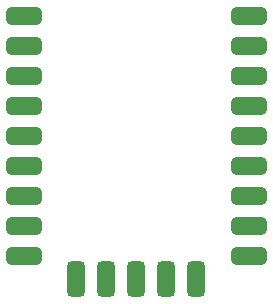
<source format=gbr>
%TF.GenerationSoftware,KiCad,Pcbnew,7.0.9*%
%TF.CreationDate,2025-02-12T23:41:43+09:00*%
%TF.ProjectId,hid_taiko_rp2040_lite,6869645f-7461-4696-9b6f-5f7270323034,rev?*%
%TF.SameCoordinates,Original*%
%TF.FileFunction,Paste,Top*%
%TF.FilePolarity,Positive*%
%FSLAX46Y46*%
G04 Gerber Fmt 4.6, Leading zero omitted, Abs format (unit mm)*
G04 Created by KiCad (PCBNEW 7.0.9) date 2025-02-12 23:41:43*
%MOMM*%
%LPD*%
G01*
G04 APERTURE LIST*
G04 Aperture macros list*
%AMRoundRect*
0 Rectangle with rounded corners*
0 $1 Rounding radius*
0 $2 $3 $4 $5 $6 $7 $8 $9 X,Y pos of 4 corners*
0 Add a 4 corners polygon primitive as box body*
4,1,4,$2,$3,$4,$5,$6,$7,$8,$9,$2,$3,0*
0 Add four circle primitives for the rounded corners*
1,1,$1+$1,$2,$3*
1,1,$1+$1,$4,$5*
1,1,$1+$1,$6,$7*
1,1,$1+$1,$8,$9*
0 Add four rect primitives between the rounded corners*
20,1,$1+$1,$2,$3,$4,$5,0*
20,1,$1+$1,$4,$5,$6,$7,0*
20,1,$1+$1,$6,$7,$8,$9,0*
20,1,$1+$1,$8,$9,$2,$3,0*%
G04 Aperture macros list end*
%ADD10RoundRect,0.375000X-1.125000X-0.375000X1.125000X-0.375000X1.125000X0.375000X-1.125000X0.375000X0*%
%ADD11RoundRect,0.375000X0.375000X-1.125000X0.375000X1.125000X-0.375000X1.125000X-0.375000X-1.125000X0*%
G04 APERTURE END LIST*
D10*
%TO.C,U3*%
X155510000Y-42320000D03*
X155510000Y-44860000D03*
X155510000Y-47400000D03*
X155510000Y-49940000D03*
X155510000Y-52480000D03*
X155510000Y-55020000D03*
X155510000Y-57560000D03*
X155510000Y-60100000D03*
X155510000Y-62640000D03*
D11*
X151060000Y-64620000D03*
X148520000Y-64620000D03*
X145980000Y-64620000D03*
X143440000Y-64620000D03*
X140900000Y-64620000D03*
D10*
X136510000Y-62640000D03*
X136510000Y-60100000D03*
X136510000Y-57560000D03*
X136510000Y-55020000D03*
X136510000Y-52480000D03*
X136510000Y-49940000D03*
X136510000Y-47400000D03*
X136510000Y-44860000D03*
X136510000Y-42320000D03*
%TD*%
M02*

</source>
